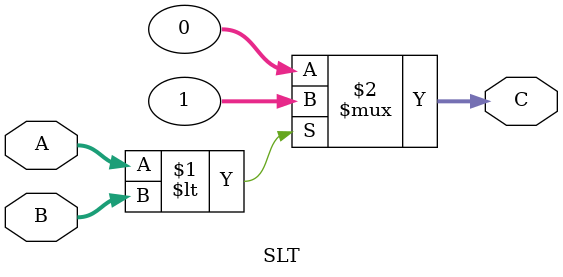
<source format=v>
`timescale 1ns / 1ps
/*******************************************************************  
*  
* Module: SLT.v  
* Project: SSRisc  
* Author: Mariane, Shahd, Lobna 
* Description: compares 2 32bit inputs and outputs if the first is less than the second
*  
* Change history: 28/06/19 - created
*                 01/07/19 - edited..was missing the contents oops 
*                 
*  **********************************************************************/ 



module SLT(
input signed [31:0] A, 
input signed [31:0] B,
output [31:0] C
    );
    
    assign C = (A < B)? 1 : 0;
    
endmodule

</source>
